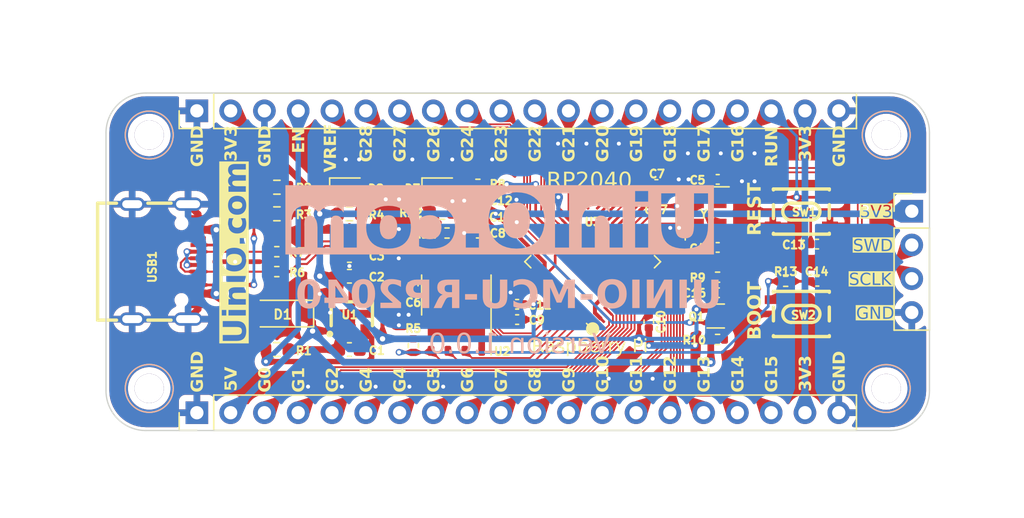
<source format=kicad_pcb>
(kicad_pcb (version 20221018) (generator pcbnew)
  (title_block (title "UINIO-MCU-RP2040") (date "2024-01-30") (rev "Version 1.0.0") (company "UinIO.com 电子技术实验室"))
  (layers (0 "F.Cu" signal) (31 "B.Cu" signal) (34 "B.Paste" user) (35 "F.Paste" user) (36 "B.SilkS" user "B.Silkscreen") (37 "F.SilkS" user "F.Silkscreen") (38 "B.Mask" user) (39 "F.Mask" user) (44 "Edge.Cuts" user))
  (net 0 "")
  (net 1 "GND")
  (net 2 "/VDD_3.3V")
  (net 3 "Net-(U1-FB)")
  (net 4 "Net-(C4-Pad2)")
  (net 5 "+1V1")
  (net 6 "/ADC_AVDD")
  (net 7 "Net-(Q1-D)")
  (net 8 "/VDD_5V")
  (net 9 "Net-(D2-A)")
  (net 10 "/GPIO25")
  (net 11 "/GPIO0")
  (net 12 "/GPIO1")
  (net 13 "/GPIO2")
  (net 14 "/GPIO3")
  (net 15 "/GPIO4")
  (net 16 "/GPIO5")
  (net 17 "/GPIO6")
  (net 18 "/GPIO7")
  (net 19 "/GPIO8")
  (net 20 "/GPIO9")
  (net 21 "/GPIO10")
  (net 22 "/GPIO11")
  (net 23 "/GPIO12")
  (net 24 "/GPIO13")
  (net 25 "/GPIO14")
  (net 26 "/GPIO15")
  (net 27 "/LDO_EN")
  (net 28 "/ADC_VREF")
  (net 29 "/GPIO28_ADC2")
  (net 30 "/GPIO27_ADC1")
  (net 31 "/GPIO26_ADC0")
  (net 32 "/GPIO24")
  (net 33 "/GPIO23")
  (net 34 "/RUN")
  (net 35 "/GPIO22")
  (net 36 "/GPIO21")
  (net 37 "/GPIO20")
  (net 38 "/GPIO19")
  (net 39 "/GPIO18")
  (net 40 "/GPIO17")
  (net 41 "/GPIO16")
  (net 42 "Net-(D3-A)")
  (net 43 "/GPIO29_ADC3")
  (net 44 "Net-(USB1-CC1)")
  (net 45 "Net-(USB1-CC2)")
  (net 46 "/USB_Data+")
  (net 47 "/USB_Data-")
  (net 48 "/QSPI_SD1")
  (net 49 "/QSPI_SD2")
  (net 50 "/QSPI_SD0")
  (net 51 "/QSPI_SCLK")
  (net 52 "/QSPI_SD3")
  (net 53 "Net-(U3-XIN)")
  (net 54 "Net-(U3-XOUT)")
  (net 57 "/Boot_Select")
  (net 58 "Net-(C5-Pad2)")
  (net 59 "Net-(C14-Pad1)")
  (net 60 "Net-(J3-Pin_2)")
  (net 61 "Net-(J3-Pin_3)")
  (net 62 "/USB_5V")
  (net 63 "Net-(USB1-DP1)")
  (net 64 "Net-(USB1-DN1)")
  (footprint "Uinio:USB-C-SMD_TYPEC-304J-BCP16" (layer "F.Cu") (at 120.240972 100.34 -90)
    (fp_text reference "USB1")
    (fp_text value "USB_Type_C_16Pin")
  )
  (footprint "Capacitor_SMD:C_0603_1608Metric" (layer "F.Cu") (at 134.090972 99.88)
    (fp_text reference "C3")
    (fp_text value "0.01uF")
  )
  (footprint "Resistor_SMD:R_0402_1005Metric" (layer "F.Cu") (at 141.430972 98.1875)
    (fp_text reference "R11")
    (fp_text value "1R")
  )
  (footprint "Package_SON:WSON-8-1EP_6x5mm_P1.27mm_EP3.4x4.3mm" (layer "F.Cu") (at 142.130972 104.35 90)
    (fp_text reference "U2")
    (fp_text value "SPI-25-Flash-WSON8")
  )
  (footprint "Capacitor_SMD:C_0402_1005Metric" (layer "F.Cu") (at 156.600972 104.84 -90)
    (fp_text reference "C10")
    (fp_text value "0.1uF")
  )
  (footprint "Capacitor_SMD:C_0402_1005Metric" (layer "F.Cu") (at 143.750972 95.7525 180)
    (fp_text reference "C12")
    (fp_text value "2.2uF")
  )
  (footprint "Resistor_SMD:R_0402_1005Metric" (layer "F.Cu") (at 161.770972 106.195 180)
    (fp_text reference "R10")
    (fp_text value "200K")
  )
  (footprint "Resistor_SMD:R_0402_1005Metric" (layer "F.Cu") (at 138.900972 106.66 -90)
    (fp_text reference "R5")
    (fp_text value "1.5K")
  )
  (footprint "Capacitor_SMD:C_0603_1608Metric" (layer "F.Cu") (at 134.090972 106.955 180)
    (fp_text reference "C1")
    (fp_text value "1uF")
  )
  (footprint "Capacitor_SMD:C_0402_1005Metric" (layer "F.Cu") (at 161.780972 99.27 180)
    (fp_text reference "C4")
    (fp_text value "12pF")
  )
  (footprint "Uinio:KEY-SMD_4P-L4.2-W3.4-P2.15-LS4.7" (layer "F.Cu") (at 168.070972 96.57272)
    (fp_text reference "SW1")
    (fp_text value "~{RESET}")
  )
  (footprint "Capacitor_SMD:C_0402_1005Metric" (layer "F.Cu") (at 146.700972 104.7 180)
    (fp_text reference "C9")
    (fp_text value "2.2uF")
  )
  (footprint "Package_DFN_QFN:QFN-56-1EP_7x7mm_P0.4mm_EP3.2x3.2mm" (layer "F.Cu") (at 152.378006 100.345 135)
    (fp_text reference "U3")
    (fp_text value "RP2040")
  )
  (footprint "Connector_PinHeader_2.54mm:PinHeader_1x04_P2.54mm_Vertical" (layer "F.Cu") (at 176.370972 96.545)
    (fp_text reference "J3" hide)
    (fp_text value "Conn_01x04_Pin")
  )
  (footprint "Capacitor_SMD:C_0402_1005Metric" (layer "F.Cu") (at 169.270972 101.82)
    (fp_text reference "C14")
    (fp_text value "0.1uF")
  )
  (footprint "Connector_PinHeader_2.54mm:PinHeader_1x20_P2.54mm_Vertical" (layer "F.Cu") (at 122.620972 88.99 90)
    (fp_text reference "J2" hide)
    (fp_text value "Conn_01x20_Pin")
  )
  (footprint "Capacitor_SMD:C_0402_1005Metric" (layer "F.Cu") (at 157.17 95.56)
    (fp_text reference "C17")
    (fp_text value "0.1uF")
  )
  (footprint "Resistor_SMD:R_0402_1005Metric" (layer "F.Cu") (at 128.630972 99.59 180)
    (fp_text reference "R7")
    (fp_text value "27K")
  )
  (footprint "Uinio:KEY-SMD_4P-L4.2-W3.4-P2.15-LS4.7" (layer "F.Cu") (at 168.070972 104.277569)
    (fp_text reference "SW2")
    (fp_text value "~{USB_BOOT}")
  )
  (footprint "Capacitor_SMD:C_0402_1005Metric" (layer "F.Cu") (at 169.250972 99.02)
    (fp_text reference "C13")
    (fp_text value "0.1uF")
  )
  (footprint "Capacitor_SMD:C_0402_1005Metric" (layer "F.Cu") (at 157.17 94.53)
    (fp_text reference "C7")
    (fp_text value "0.1uF")
  )
  (footprint "Crystal:Crystal_SMD_3225-4Pin_3.2x2.5mm" (layer "F.Cu") (at 160.990972 96.71 -90)
    (fp_text reference "Y1")
    (fp_text value "12MHz")
  )
  (footprint "Capacitor_SMD:C_0402_1005Metric" (layer "F.Cu") (at 161.780972 94.15)
    (fp_text reference "C5")
    (fp_text value "12pF")
  )
  (footprint "Capacitor_SMD:C_0402_1005Metric" (layer "F.Cu") (at 143.750972 96.975 180)
    (fp_text reference "C15")
    (fp_text value "2.2uF")
  )
  (footprint "Capacitor_SMD:C_0402_1005Metric" (layer "F.Cu") (at 143.750972 98.1975 180)
    (fp_text reference "C8")
    (fp_text value "0.1uF")
  )
  (footprint "Resistor_SMD:R_0402_1005Metric" (layer "F.Cu") (at 143.750972 94.52)
    (fp_text reference "R8")
    (fp_text value "470R")
  )
  (footprint "Package_TO_SOT_SMD:SOT-523" (layer "F.Cu") (at 161.630972 104.433332)
    (fp_text reference "Q1")
    (fp_text value "DMG1012T")
  )
  (footprint "Uinio:Hole-2mm" (layer "F.Cu") (at 119.040972 109.88)
    (fp_text reference "HOLE**" hide)
    (fp_text value "Hole-2mm" hide)
  )
  (footprint "Resistor_SMD:R_0603_1608Metric" (layer "F.Cu") (at 128.640972 106.955 180)
    (fp_text reference "R1")
    (fp_text value "512R")
  )
  (footprint "Capacitor_SMD:C_0603_1608Metric" (layer "F.Cu") (at 134.090972 101.44 180)
    (fp_text reference "C2")
    (fp_text value "1uF")
  )
  (footprint "Resistor_SMD:R_0603_1608Metric" (layer "F.Cu") (at 128.640972 96.74)
    (fp_text reference "R3")
    (fp_text value "5.1K")
  )
  (footprint "Uinio:Hole-2mm" (layer "F.Cu") (at 119.040972 90.81)
    (fp_text reference "HOLE**" hide)
    (fp_text value "Hole-2mm" hide)
  )
  (footprint "Uinio:SOT-23-5_L3.0-W1.7-P0.95-LS2.8-BR" (layer "F.Cu") (at 134.270972 104.26 -90)
    (fp_text reference "U1")
    (fp_text value "SGM2019-3.3YN5G")
  )
  (footprint "Diode_SMD:D_SOD-123" (layer "F.Cu") (at 129.040972 104.25 180)
    (fp_text reference "D1")
    (fp_text value "1N5819")
  )
  (footprint "Capacitor_SMD:C_0402_1005Metric" (layer "F.Cu") (at 138.890972 102.05 -90)
    (fp_text reference "C6")
    (fp_text value "0.1uF")
  )
  (footprint "LED_SMD:LED_0603_1608Metric" (layer "F.Cu") (at 141.030972 94.78)
    (fp_text reference "D3")
    (fp_text value "LED_Blue")
  )
  (footprint "Resistor_SMD:R_0402_1005Metric" (layer "F.Cu") (at 166.890972 101.82)
    (fp_text reference "R13")
    (fp_text value "1K")
  )
  (footprint "LED_SMD:LED_0603_1608Metric" (layer "F.Cu") (at 134.090972 94.78)
    (fp_text reference "D2")
    (fp_text value "LED_Red")
  )
  (footprint "Resistor_SMD:R_0402_1005Metric" (layer "F.Cu") (at 128.630972 101.09 180)
    (fp_text reference "R6")
    (fp_text value "27K")
  )
  (footprint "Resistor_SMD:R_0402_1005Metric" (layer "F.Cu") (at 161.770972 101.51)
    (fp_text reference "R9")
    (fp_text value "100K")
  )
  (footprint "Uinio:Hole-2mm" (layer "F.Cu") (at 174.450972 90.81)
    (fp_text reference "HOLE**" hide)
    (fp_text value "Hole-2mm" hide)
  )
  (footprint "Resistor_SMD:R_0603_1608Metric" (layer "F.Cu") (at 141.010972 96.63375 180)
    (fp_text reference "R12")
    (fp_text value "200R")
  )
  (footprint "Connector_PinHeader_2.54mm:PinHeader_1x20_P2.54mm_Vertical" (layer "F.Cu") (at 122.620972 111.71 90)
    (fp_text reference "J1" hide)
    (fp_text value "Conn_01x20_Pin")
  )
  (footprint "Resistor_SMD:R_0603_1608Metric" (layer "F.Cu") (at 128.640972 94.74)
    (fp_text reference "R2")
    (fp_text value "5.1K")
  )
  (footprint "Resistor_SMD:R_0603_1608Metric" (layer "F.Cu") (at 134.090972 96.74 180)
    (fp_text reference "R4")
    (fp_text value "2K")
  )
  (footprint "Capacitor_SMD:C_0402_1005Metric" (layer "F.Cu") (at 161.790972 102.681666)
    (fp_text reference "C16")
    (fp_text value "1nF")
  )
  (footprint "Capacitor_SMD:C_0402_1005Metric" (layer "F.Cu") (at 146.700972 103.55 180)
    (fp_text reference "C11")
    (fp_text value "0.1uF")
  )
  (footprint "Uinio:Hole-2mm" (layer "F.Cu") (at 174.450972 109.89)
    (fp_text reference "HOLE**" hide)
    (fp_text value "Hole-2mm" hide)
  )
  (gr_circle (center 152.378006 105.4) (end 152.378008 105.4) (stroke (width 0.5)) (fill none) (layer "F.SilkS"))
  (gr_arc (start 174.701945 87.65) (mid 176.823265 88.52868) (end 177.701945 90.65) (stroke (width 0.1)) (layer "Edge.Cuts"))
  (gr_line (start 115.79 110.05) (end 115.79 90.65) (stroke (width 0.1)) (layer "Edge.Cuts"))
  (gr_arc (start 177.701945 110.05) (mid 176.823265 112.17132) (end 174.701945 113.05) (stroke (width 0.1)) (layer "Edge.Cuts"))
  (gr_line (start 177.701945 90.65) (end 177.701945 110.05) (stroke (width 0.1)) (layer "Edge.Cuts"))
  (gr_line (start 174.701945 113.05) (end 118.79 113.05) (stroke (width 0.1)) (layer "Edge.Cuts"))
  (gr_arc (start 115.79 90.65) (mid 116.66868 88.52868) (end 118.79 87.65) (stroke (width 0.1)) (layer "Edge.Cuts"))
  (gr_line (start 118.79 87.65) (end 174.701945 87.65) (stroke (width 0.1)) (layer "Edge.Cuts"))
  (gr_arc (start 118.79 113.05) (mid 116.66868 112.17132) (end 115.79 110.05) (stroke (width 0.1)) (layer "Edge.Cuts"))
  (gr_text "UinIO.com" (at 161.565263 99.96) (layer "B.SilkS" knockout) (effects (font (size 4 4) (thickness 0.3) bold) (justify left bottom mirror)))
  (gr_text "Version 1.0.0" (at 153.760972 107.48) (layer "B.SilkS") (effects (font (size 1.5 1.5) (thickness 0.325)) (justify left bottom mirror)))
  (gr_text "UINIO-MCU-RP2040" (at 162.116715 104.19) (layer "B.SilkS") (effects (font (size 2.1 2.1) (thickness 0.3) bold) (justify left bottom mirror)))
  (gr_text "VREF" (at 132.177438 93.621452 90) (layer "F.SilkS") (effects (font (size 0.9 0.9) (thickness 0.175) bold) (justify left top)))
  (gr_text "G1" (at 130.844506 110.19 90) (layer "F.SilkS") (effects (font (size 0.9 0.9) (thickness 0.2) bold) (justify left bottom)))
  (gr_text "G14" (at 163.864506 110.19 90) (layer "F.SilkS") (effects (font (size 0.9 0.9) (thickness 0.2) bold) (justify left bottom)))
  (gr_text "5V" (at 125.764506 110.1 90) (layer "F.SilkS") (effects (font (size 0.9 0.9) (thickness 0.2) bold) (justify left bottom)))
  (gr_text "G19" (at 156.244506 92.86 90) (layer "F.SilkS") (effects (font (size 0.9 0.9) (thickness 0.2) bold) (justify left bottom)))
  (gr_text "G9" (at 151.164506 110.19 90) (layer "F.SilkS") (effects (font (size 0.9 0.9) (thickness 0.2) bold) (justify left bottom)))
  (gr_text "G11" (at 156.244506 110.19 90) (layer "F.SilkS") (effects (font (size 0.9 0.9) (thickness 0.2) bold) (justify left bottom)))
  (gr_text "GND" (at 123.224506 93.218744 90) (layer "F.SilkS") (effects (font (size 0.9 0.9) (thickness 0.2) bold) (justify left bottom)))
  (gr_text "G2" (at 133.384506 110.19 90) (layer "F.SilkS") (effects (font (size 0.9 0.9) (thickness 0.2) bold) (justify left bottom)))
  (gr_text "SWD" (at 171.944321 99.698889) (layer "F.SilkS" knockout) (effects (font (size 0.9 0.9) (thickness 0.125)) (justify left bottom)))
  (gr_text "REST" (at 165.180972 98.388421 90) (layer "F.SilkS") (effects (font (size 1 1) (thickness 0.2) bold) (justify left bottom)))
  (gr_text "3V3" (at 168.944506 110.12 90) (layer "F.SilkS") (effects (font (size 0.9 0.9) (thickness 0.2) bold) (justify left bottom)))
  (gr_text "G12" (at 158.784506 110.19 90) (layer "F.SilkS") (effects (font (size 0.9 0.9) (thickness 0.2) bold) (justify left bottom)))
  (gr_text "GND" (at 171.484506 110.19 90) (layer "F.SilkS") (effects (font (size 0.9 0.9) (thickness 0.2) bold) (justify left bottom)))
  (gr_text "G13" (at 161.324506 110.19 90) (layer "F.SilkS") (effects (font (size 0.9 0.9) (thickness 0.2) bold) (justify left bottom)))
  (gr_text "G26" (at 141.004506 92.86 90) (layer "F.SilkS") (effects (font (size 0.9 0.9) (thickness 0.2) bold) (justify left bottom)))
  (gr_text "G0" (at 128.304506 110.19 90) (layer "F.SilkS") (effects (font (size 0.9 0.9) (thickness 0.2) bold) (justify left bottom)))
  (gr_text "G10" (at 153.704506 110.19 90) (layer "F.SilkS") (effects (font (size 0.9 0.9) (thickness 0.2) bold) (justify left bottom)))
  (gr_text "3V3" (at 168.944506 92.81 90) (layer "F.SilkS") (effects (font (size 0.9 0.9) (thickness 0.2) bold) (justify left bottom)))
  (gr_text "SCLK" (at 171.640972 102.247778) (layer "F.SilkS" knockout) (effects (font (size 0.9 0.9) (thickness 0.125)) (justify left bottom)))
  (gr_text "G18" (at 158.784506 92.86 90) (layer "F.SilkS") (effects (font (size 0.9 0.9) (thickness 0.2) bold) (justify left bottom)))
  (gr_text "RUN" (at 166.404506 93.217865 90) (layer "F.SilkS") (effects (font (size 0.9 0.9) (thickness 0.2) bold) (justify left bottom)))
  (gr_text "GND" (at 171.484506 93.218744 90) (layer "F.SilkS") (effects (font (size 0.9 0.9) (thickness 0.2) bold) (justify left bottom)))
  (gr_text "G8" (at 148.624506 110.19 90) (layer "F.SilkS") (effects (font (size 0.9 0.9) (thickness 0.2) bold) (justify left bottom)))
  (gr_text "GND" (at 123.224506 110.19 90) (layer "F.SilkS") (effects (font (size 0.9 0.9) (thickness 0.2) bold) (justify left bottom)))
  (gr_text "G7" (at 146.084506 110.19 90) (layer "F.SilkS") (effects (font (size 0.9 0.9) (thickness 0.2) bold) (justify left bottom)))
  (gr_text "G4" (at 138.464506 110.19 90) (layer "F.SilkS") (effects (font (size 0.9 0.9) (thickness 0.2) bold) (justify left bottom)))
  (gr_text "G24" (at 143.544506 92.86 90) (layer "F.SilkS") (effects (font (size 0.9 0.9) (thickness 0.2) bold) (justify left bottom)))
  (gr_text "BOOT" (at 165.180972 106.230046 90) (layer "F.SilkS") (effects (font (size 1 1) (thickness 0.2) bold) (justify left bottom)))
  (gr_text "EN" (at 130.844506 92.190872 90) (layer "F.SilkS") (effects (font (size 0.9 0.9) (thickness 0.175) bold) (justify left bottom)))
  (gr_text "G4" (at 135.924506 110.19 90) (layer "F.SilkS") (effects (font (size 0.9 0.9) (thickness 0.2) bold) (justify left bottom)))
  (gr_text "G23" (at 146.084506 92.86 90) (layer "F.SilkS") (effects (font (size 0.9 0.9) (thickness 0.2) bold) (justify left bottom)))
  (gr_text "UinIO.com" (at 126.590972 106.523367 90) (layer "F.SilkS" knockout) (effects (font (size 1.7 1.7) (thickness 0.25) bold) (justify left bottom)))
  (gr_text "G16" (at 163.864506 92.86 90) (layer "F.SilkS") (effects (font (size 0.9 0.9) (thickness 0.2) bold) (justify left bottom)))
  (gr_text "Raspberry Pi" (at 147.785264 107.33) (layer "F.SilkS") (effects (font (size 1 1) (thickness 0.125)) (justify left bottom)))
  (gr_text "G22" (at 148.624506 92.86 90) (layer "F.SilkS") (effects (font (size 0.9 0.9) (thickness 0.2) bold) (justify left bottom)))
  (gr_text "G28" (at 135.924506 92.86 90) (layer "F.SilkS") (effects (font (size 0.9 0.9) (thickness 0.2) bold) (justify left bottom)))
  (gr_text "G15" (at 166.404506 110.19 90) (layer "F.SilkS") (effects (font (size 0.9 0.9) (thickness 0.2) bold) (justify left bottom)))
  (gr_text "G17" (at 161.324506 92.86 90) (layer "F.SilkS") (effects (font (size 0.9 0.9) (thickness 0.2) bold) (justify left bottom)))
  (gr_text "G20" (at 153.704506 92.86 90) (layer "F.SilkS") (effects (font (size 0.9 0.9) (thickness 0.2) bold) (justify left bottom)))
  (gr_text "RP2040" (at 148.900972 95) (layer "F.SilkS") (effects (font (size 1.2 1.2) (thickness 0.125)) (justify left bottom)))
  (gr_text "G6" (at 143.544506 110.19 90) (layer "F.SilkS") (effects (font (size 0.9 0.9) (thickness 0.2) bold) (justify left bottom)))
  (gr_text "3V3" (at 172.460455 97.15) (layer "F.SilkS" knockout) (effects (font (size 0.9 0.9) (thickness 0.125)) (justify left bottom)))
  (gr_text "3V3" (at 125.764506 92.81 90) (layer "F.SilkS") (effects (font (size 0.9 0.9) (thickness 0.2) bold) (justify left bottom)))
  (gr_text "GND" (at 128.304506 93.218744 90) (layer "F.SilkS") (effects (font (size 0.9 0.9) (thickness 0.2) bold) (justify left bottom)))
  (gr_text "G21" (at 151.164506 92.86 90) (layer "F.SilkS") (effects (font (size 0.9 0.9) (thickness 0.2) bold) (justify left bottom)))
  (gr_text "G27" (at 138.464506 92.86 90) (layer "F.SilkS") (effects (font (size 0.9 0.9) (thickness 0.2) bold) (justify left bottom)))
  (gr_text "G5" (at 141.004506 110.19 90) (layer "F.SilkS") (effects (font (size 0.9 0.9) (thickness 0.2) bold) (justify left bottom)))
  (gr_text "GND" (at 172.183484 104.796667) (layer "F.SilkS" knockout) (effects (font (size 0.9 0.9) (thickness 0.125)) (justify left bottom)))
  (segment (start 142.728472 98.1975) (end 142.720972 98.19) (width 0.5) (layer "F.Cu") (net 1))
  (segment (start 134.090972 100.67) (end 134.090972 100.655) (width 0.5) (layer "F.Cu") (net 1))
  (segment (start 156.600972 105.32) (end 156.600972 106.65) (width 0.5) (layer "F.Cu") (net 1))
  (segment (start 134.090972 100.655) (end 133.315972 99.88) (width 0.5) (layer "F.Cu") (net 1))
  (segment (start 158.210972 97.8) (end 156.337219 97.8) (width 0.2) (layer "F.Cu") (net 1))
  (segment (start 132.650972 104.19) (end 132.640972 104.18) (width 0.5) (layer "F.Cu") (net 1))
  (segment (start 134.270972 104.19) (end 132.650972 104.19) (width 0.5) (layer "F.Cu") (net 1))
  (segment (start 159.59 94.15) (end 161.300972 94.15) (width 0.3) (layer "F.Cu") (net 1))
  (segment (start 122.721972 103.54) (end 122.721972 103.903) (width 0.5) (layer "F.Cu") (net 1))
  (segment (start 142.720972 95.75) (end 142.723472 95.7525) (width 0.5) (layer "F.Cu") (net 1))
  (segment (start 143.270972 96.975) (end 143.270972 95.7525) (width 0.5) (layer "F.Cu") (net 1))
  (segment (start 155.515792 98.621427) (end 153.792219 100.345) (width 0.2) (layer "F.Cu") (net 1))
  (segment (start 134.270972 106.36) (end 134.270972 105.56) (width 0.5) (layer "F.Cu") (net 1))
  (segment (start 159.59 94.15) (end 158.85 94.15) (width 0.3) (layer "F.Cu") (net 1))
  (segment (start 134.105972 100.67) (end 134.090972 100.67) (width 0.5) (layer "F.Cu") (net 1))
  (segment (start 134.270972 105.56) (end 134.270972 104.19) (width 0.5) (layer "F.Cu") (net 1))
  (segment (start 143.270972 98.1975) (end 142.728472 98.1975) (width 0.5) (layer "F.Cu") (net 1))
  (segment (start 134.865972 106.955) (end 134.270972 106.36) (width 0.5) (layer "F.Cu") (net 1))
  (segment (start 122.721972 97.14) (end 122.721972 96.777) (width 0.5) (layer "F.Cu") (net 1))
  (segment (start 144.035972 107.05) (end 144.035972 105.085) (width 0.5) (layer "F.Cu") (net 1))
  (segment (start 122.721972 103.903) (end 121.959972 104.665) (width 0.5) (layer "F.Cu") (net 1))
  (segment (start 142.723472 95.7525) (end 143.270972 95.7525) (width 0.5) (layer "F.Cu") (net 1))
  (segment (start 144.035972 105.085) (end 143.300972 104.35) (width 0.5) (layer "F.Cu") (net 1))
  (segment (start 134.270972 102.035) (end 134.270972 104.19) (width 0.5) (layer "F.Cu") (net 1))
  (segment (start 122.721972 96.777) (end 121.959972 96.015) (width 0.5) (layer "F.Cu") (net 1))
  (segment (start 134.865972 101.43) (end 134.105972 100.67) (width 0.5) (layer "F.Cu") (net 1))
  (segment (start 156.337219 97.8) (end 155.515792 98.621427) (width 0.2) (layer "F.Cu") (net 1))
  (segment (start 134.865972 101.44) (end 134.270972 102.035) (width 0.5) (layer "F.Cu") (net 1))
  (via (at 146.210972 102.66) (size 0.5) (drill 0.3) (layers "F.Cu" "B.Cu") (net 1))
  (via (at 151.910972 91.46) (size 0.5) (drill 0.3) (layers "F.Cu" "B.Cu") (net 1))
  (via (at 137.810972 105.13) (size 0.5) (drill 0.3) (layers "F.Cu" "B.Cu") (net 1))
  (via (at 146.650972 95.68) (size 0.5) (drill 0.3) (layers "F.Cu" "B.Cu") (net 1))
  (via (at 154.348972 91.46) (size 0.5) (drill 0.3) (layers "F.Cu" "B.Cu") (net 1))
  (via (at 162.010972 92.19) (size 0.5) (drill 0.3) (layers "F.Cu" "B.Cu") (net 1))
  (via (at 164.550972 94.3) (size 0.5) (drill 0.3) (layers "F.Cu" "B.Cu") (net 1))
  (via (at 137.820972 95.65) (size 0.5) (drill 0.3) (layers "F.Cu" "B.Cu") (net 1))
  (via (at 133.820972 92.65) (size 0.5) (drill 0.3) (layers "F.Cu" "B.Cu") (net 1))
  (via (at 141.820972 92.65) (size 0.5) (drill 0.3) (layers "F.Cu" "B.Cu") (net 1))
  (via (at 137.800972 104.34) (size 0.5) (drill 0.3) (layers "F.Cu" "B.Cu") (net 1))
  (via (at 141.140972 109.748) (size 0.5) (drill 0.3) (layers "F.Cu" "B.Cu") (net 1))
  (via (at 158.85 94.15) (size 0.5) (drill 0.3) (layers "F.Cu" "B.Cu") (net 1))
  (via (at 159.540972 92.19) (size 0.5) (drill 0.3) (layers "F.Cu" "B.Cu") (net 1))
  (via (at 158.210972 97.8) (size 0.5) (drill 0.3) (layers "F.Cu" "B.Cu") (net 1))
  (via (at 132.640972 104.18) (size 0.5) (drill 0.3) (layers "F.Cu" "B.Cu") (net 1))
  (via (at 125.500972 100.35) (size 0.5) (drill 0.3) (layers "F.Cu" "B.Cu") (net 1))
  (via (at 156.600972 106.65) (size 0.5) (drill 0.3) (layers "F.Cu" "B.Cu") (net 1))
  (via (at 160.080972 106.65) (size 0.5) (drill 0.3) (layers "F.Cu" "B.Cu") (net 1))
  (via (at 158.870972 97.8) (size 0.5) (drill 0.3) (layers "F.Cu" "B.Cu") (net 1))
  (via (at 159.59 94.15) (size 0.5) (drill 0.3) (layers "F.Cu" "B.Cu") (net 1))
  (via (at 138.540972 104.34) (size 0.5) (drill 0.3) (layers "F.Cu" "B.Cu") (net 1))
  (via (at 134.820972 92.65) (size 0.5) (drill 0.3) (layers "F.Cu" "B.Cu") (net 1))
  (via (at 137.8 100.09) (size 0.5) (drill 0.3) (layers "F.Cu" "B.Cu") (net 1))
  (via (at 164.550972 92.19) (size 0.5) (drill 0.3) (layers "F.Cu" "B.Cu") (net 1))
  (via (at 149.776972 91.46) (size 0.5) (drill 0.3) (layers "F.Cu" "B.Cu") (net 1))
  (via (at 131.860972 102.77) (size 0.5) (drill 0.3) (layers "F.Cu" "B.Cu") (net 1))
  (via (at 138.820972 92.65) (size 0.5) (drill 0.3) (layers "F.Cu" "B.Cu") (net 1))
  (via (at 134.090972 100.67) (size 0.5) (drill 0.3) (layers "F.Cu" "B.Cu") (net 1))
  (via (at 137.81 97.89) (size 0.5) (drill 0.3) (layers "F.Cu" "B.Cu") (net 1))
  (via (at 133.520972 109.748) (size 0.5) (drill 0.3) (layers "F.Cu" "B.Cu") (net 1))
  (via (at 130.980972 109.748) (size 0.5) (drill 0.3) (layers "F.Cu" "B.Cu") (net 1))
  (via (at 153.586972 109.15) (size 0.5) (drill 0.3) (layers "F.Cu" "B.Cu") (net 1))
  (via (at 142.720972 98.19) (size 0.5) (drill 0.3) (layers "F.Cu" "B.Cu") (net 1))
  (via (at 138.600972 109.748) (size 0.5) (drill 0.3) (layers "F.Cu" "B.Cu") (net 1))
  (via (at 163.600972 94.29) (size 0.5) (drill 0.3) (layers "F.Cu" "B.Cu") (net 1))
  (via (at 136.820972 95.65) (size 0.5) (drill 0.3) (layers "F.Cu" "B.Cu") (net 1))
  (via (at 142.720972 95.75) (size 0.5) (drill 0.3) (layers "F.Cu" "B.Cu") (net 1))
  (via (at 144.820972 92.65) (size 0.5) (drill 0.3) (layers "F.Cu" "B.Cu") (net 1))
  (via (at 156.888972 109.15) (size 0.5) (drill 0.3) (layers "F.Cu" "B.Cu") (net 1))
  (via (at 136.060972 109.748) (size 0.5) (drill 0.3) (layers "F.Cu" "B.Cu") (net 1))
  (segment (start 156.600972 106.65) (end 160.080972 106.65) (width 0.5) (layer "B.Cu") (net 1))
  (segment (start 158.210972 97.8) (end 158.870972 97.8) (width 0.2) (layer "B.Cu") (net 1))
  (segment (start 148.770972 100.414921) (end 148.770972 100.840765) (width 0.3) (layer "F.Cu") (net 2))
  (segment (start 141.835972 95.79) (end 141.835972 96.63375) (width 0.5) (layer "F.Cu") (net 2))
  (segment (start 160.98264 103.93) (end 160.985972 103.933332) (width 0.5) (layer "F.Cu") (net 2))
  (segment (start 158.735972 96.16) (end 156.87 96.16) (width 0.3) (layer "F.Cu") (net 2))
  (segment (start 155.117586 101.670367) (end 154.499633 101.670367) (width 0.3) (layer "F.Cu") (net 2))
  (segment (start 156.69 96.08) (end 156.61 96.16) (width 0.3) (layer "F.Cu") (net 2))
  (segment (start 148.890163 103.55) (end 149.805905 102.634258) (width 0.3) (layer "F.Cu") (net 2))
  (segment (start 158.740972 96.155) (end 158.735972 96.16) (width 0.3) (layer "F.Cu") (net 2))
  (segment (start 131.860972 96.74) (end 133.265972 96.74) (width 0.3) (layer "F.Cu") (net 2))
  (segment (start 131.870972 101.44) (end 131.860972 101.43) (width 0.6) (layer "F.Cu") (net 2))
  (segment (start 145.110972 96.75) (end 145.110972 96.74) (width 0.3) (layer "F.Cu") (net 2))
  (segment (start 133.315972 101.44) (end 131.870972 101.44) (width 0.5) (layer "F.Cu") (net 2))
  (segment (start 136.580972 106.15) (end 138.900972 106.15) (width 0.3) (layer "F.Cu") (net 2))
  (segment (start 154.499633 101.670367) (end 152.55 103.62) (width 0.3) (layer "F.Cu") (net 2))
  (segment (start 149.800972 96.353753) (end 150.654433 97.207214) (width 0.3) (layer "F.Cu") (net 2))
  (segment (start 156.600972 104.36) (end 155.870972 105.09) (width 0.3) (layer "F.Cu") (net 2))
  (segment (start 138.890972 101.57) (end 140.145972 101.57) (width 0.3) (layer "F.Cu") (net 2))
  (segment (start 155.515792 102.068573) (end 156.600972 103.153753) (width 0.3) (layer "F.Cu") (net 2))
  (segment (start 155.870972 105.09) (end 155.870972 106.15) (width 0.3) (layer "F.Cu") (net 2))
  (segment (start 136.580972 103.88) (end 138.890972 101.57) (width 0.3) (layer "F.Cu") (net 2))
  (segment (start 156.280163 96.16) (end 154.667264 97.772899) (width 0.3) (layer "F.Cu") (net 2))
  (segment (start 148.108849 99.752798) (end 148.770972 100.414921) (width 0.3) (layer "F.Cu") (net 2))
  (segment (start 156.86 96.15) (end 156.87 96.16) (width 0.3) (layer "F.Cu") (net 2))
  (segment (start 152.55 103.62) (end 152.55 104.193949) (width 0.3) (layer "F.Cu") (net 2))
  (segment (start 148.108849 99.747877) (end 145.110972 96.75) (width 0.3) (layer "F.Cu") (net 2))
  (segment (start 156.600972 103.153753) (end 156.600972 104.36) (width 0.3) (layer "F.Cu") (net 2))
  (segment (start 131.860972 95.69) (end 125.160972 88.99) (width 0.5) (layer "F.Cu") (net 2))
  (segment (start 133.320972 102.96) (end 133.320972 101.445) (width 0.6) (layer "F.Cu") (net 2))
  (segment (start 156.61 96.16) (end 156.280163 96.16) (width 0.3) (layer "F.Cu") (net 2))
  (segment (start 147.180972 103.55) (end 147.940972 103.55) (width 0.3) (layer "F.Cu") (net 2))
  (segment (start 152.55 104.193949) (end 152.970208 104.614157) (width 0.3) (layer "F.Cu") (net 2))
  (segment (start 155.515792 102.068573) (end 155.117586 101.670367) (width 0.3) (layer "F.Cu") (net 2))
  (segment (start 148.770972 100.840765) (end 148.391692 101.220045) (width 0.3) (layer "F.Cu") (net 2))
  (segment (start 156.69 95.56) (end 156.69 96.08) (width 0.3) (layer "F.Cu") (net 2))
  (segment (start 144.230972 95.88) (end 145.090972 96.74) (width 0.3) (layer "F.Cu") (net 2))
  (segment (start 160.180972 103.93) (end 160.98264 103.93) (width 0.5) (layer "F.Cu") (net 2))
  (segment (start 131.860972 96.74) (end 131.860972 95.69) (width 0.5) (layer "F.Cu") (net 2))
  (segment (start 156.87 96.16) (end 156.61 96.16) (width 0.3) (layer "F.Cu") (net 2))
  (segment (start 148.108849 99.752798) (end 148.108849 99.747877) (width 0.3) (layer "F.Cu") (net 2))
  (segment (start 149.800972 95.49) (end 149.800972 96.353753) (width 0.3) (layer "F.Cu") (net 2))
  (segment (start 149.523062 102.351415) (end 149.805905 102.634258) (width 0.3) (layer "F.Cu") (net 2))
  (segment (start 136.580972 106.15) (end 136.580972 103.88) (width 0.3) (layer "F.Cu") (net 2))
  (segment (start 147.940972 103.55) (end 148.890163 103.55) (width 0.3) (layer "F.Cu") (net 2))
  (segment (start 140.145972 101.57) (end 140.225972 101.65) (width 0.5) (layer "F.Cu") (net 2))
  (via (at 155.870972 106.15) (size 0.7) (drill 0.3) (layers "F.Cu" "B.Cu") (net 2))
  (via (at 131.860972 96.74) (size 0.9) (drill 0.4) (layers "F.Cu" "B.Cu") (net 2))
  (via (at 149.800972 95.49) (size 0.7) (drill 0.3) (layers "F.Cu" "B.Cu") (net 2))
  (via (at 141.835972 95.79) (size 0.5) (drill 0.3) (layers "F.Cu" "B.Cu") (net 2))
  (via (at 136.580972 106.15) (size 0.9) (drill 0.4) (layers "F.Cu" "B.Cu") (net 2))
  (via (at 158.740972 96.155) (size 0.5) (drill 0.3) (layers "F.Cu" "B.Cu") (net 2))
  (via (at 145.090972 96.74) (size 0.7) (drill 0.3) (layers "F.Cu" "B.Cu") (net 2))
  (via (at 160.180972 103.93) (size 0.7) (drill 0.3) (layers "F.Cu" "B.Cu") (net 2))
  (via (at 131.860972 101.43) (size 0.9) (drill 0.4) (layers "F.Cu" "B.Cu") (net 2))
  (via (at 147.940972 103.55) (size 0.7) (drill 0.3) (layers "F.Cu" "B.Cu") (net 2))
  (segment (start 136.580972 106.15) (end 131.860972 101.43) (width 0.5) (layer "B.Cu") (net 2))
  (segment (start 141.835972 95.79) (end 141.835972 96.735) (width 0.5) (layer "B.Cu") (net 2))
  (segment (start 142.510972 96.74) (end 145.230972 96.74) (width 0.5) (layer "B.Cu") (net 2))
  (segment (start 147.860972 106.15) (end 155.870972 106.15) (width 0.3) (layer "B.Cu") (net 2))
  (segment (start 155.870972 106.15) (end 159.680972 106.15) (width 0.3) (layer "B.Cu") (net 2))
  (segment (start 136.580972 106.15) (end 147.860972 106.15) (width 0.5) (layer "B.Cu") (net 2))
  (segment (start 168.360972 96.74) (end 176.175972 96.74) (width 0.5) (layer "B.Cu") (net 2))
  (segment (start 158.740972 96.72) (end 158.720972 96.74) (width 0.3) (layer "B.Cu") (net 2))
  (segment (start 131.860972 101.43) (end 131.860972 96.74) (width 0.5) (layer "B.Cu") (net 2))
  (segment (start 159.680972 106.15) (end 160.185972 105.645) (width 0.3) (layer "B.Cu") (net 2))
  (segment (start 158.740972 96.155) (end 158.740972 96.72) (width 0.3) (layer "B.Cu") (net 2))
  (segment (start 142.500972 96.73) (end 142.510972 96.74) (width 0.5) (layer "B.Cu") (net 2))
  (segment (start 141.840972 96.74) (end 142.490972 96.74) (width 0.5) (layer "B.Cu") (net 2))
  (segment (start 147.940972 106.07) (end 147.940972 103.55) (width 0.3) (layer "B.Cu") (net 2))
  (segment (start 149.800972 95.49) (end 149.800972 96.73) (width 0.3) (layer "B.Cu") (net 2))
  (segment (start 160.185972 105.645) (end 160.185972 103.935) (width 0.3) (layer "B.Cu") (net 2))
  (segment (start 141.835972 96.735) (end 141.840972 96.74) (width 0.5) (layer "B.Cu") (net 2))
  (segment (start 147.860972 106.15) (end 147.940972 106.07) (width 0.3) (layer "B.Cu") (net 2))
  (segment (start 142.490972 96.74) (end 142.500972 96.73) (width 0.5) (layer "B.Cu") (net 2))
  (segment (start 160.185972 103.935) (end 160.180972 103.93) (width 0.3) (layer "B.Cu") (net 2))
  (segment (start 168.360972 96.74) (end 168.340972 96.76) (width 0.5) (layer "B.Cu") (net 2))
  (segment (start 168.360972 96.74) (end 168.340972 96.72) (width 0.5) (layer "B.Cu") (net 2))
  (segment (start 168.340972 96.76) (end 168.340972 111.71) (width 0.5) (layer "B.Cu") (net 2))
  (segment (start 158.720972 96.74) (end 168.360972 96.74) (width 0.5) (layer "B.Cu") (net 2))
  (segment (start 150.080972 96.74) (end 158.720972 96.74) (width 0.5) (layer "B.Cu") (net 2))
  (segment (start 145.230972 96.74) (end 150.080972 96.74) (width 0.5) (layer "B.Cu") (net 2))
  (segment (start 131.860972 96.74) (end 141.840972 96.74) (width 0.5) (layer "B.Cu") (net 2))
  (segment (start 168.340972 96.72) (end 168.340972 88.99) (width 0.5) (layer "B.Cu") (net 2))
  (segment (start 136.180972 100.25) (end 136.180972 102.6) (width 0.4) (layer "F.Cu") (net 3))
  (segment (start 136.180972 102.6) (end 135.820972 102.96) (width 0.4) (layer "F.Cu") (net 3))
  (segment (start 135.820972 102.96) (end 135.220972 102.96) (width 0.4) (layer "F.Cu") (net 3))
  (segment (start 135.810972 99.88) (end 136.180972 100.25) (width 0.4) (layer "F.Cu") (net 3))
  (segment (start 134.865972 99.88) (end 135.810972 99.88) (width 0.4) (layer "F.Cu") (net 3))
  (segment (start 160.140972 98.11) (end 161.300972 99.27) (width 0.13) (layer "F.Cu") (net 4))
  (segment (start 148.305849 104.7) (end 150.088748 102.917101) (width 0.2) (layer "F.Cu") (net 5))
  (segment (start 149.560972 99.9) (end 152.070972 97.39) (width 0.2) (layer "F.Cu") (net 5))
  (segment (start 149.560972 100.64) (end 149.560972 100.616449) (width 0.2) (layer "F.Cu") (net 5))
  (segment (start 145.667016 99.636044) (end 145.667016 99.647321) (width 0.2) (layer "F.Cu") (net 5))
  (segment (start 145.667016 99.647321) (end 145.678293 99.647321) (width 0.2) (layer "F.Cu") (net 5))
  (segment (start 150.700972 101.78) (end 149.560972 100.64) (width 0.2) (layer "F.Cu") (net 5))
  (segment (start 147.811356 101.780384) (end 148.397037 101.780384) (width 0.2) (layer "F.Cu") (net 5))
  (segment (start 153.265972 97.94) (end 153.934477 97.94) (width 0.2) (layer "F.Cu") (net 5))
  (segment (start 153.934477 97.94) (end 154.384421 97.490056) (width 0.2) (layer "F.Cu") (net 5))
  (segment (start 148.397037 101.780384) (end 148.674534 101.502887) (width 0.2) (layer "F.Cu") (net 5))
  (segment (start 150.700972 102.304877) (end 150.700972 101.78) (width 0.2) (layer "F.Cu") (net 5))
  (segment (start 149.560972 100.616449) (end 149.560972 99.9) (width 0.2) (layer "F.Cu") (net 5))
  (segment (start 147.180972 104.7) (end 148.305849 104.7) (width 0.2) (layer "F.Cu") (net 5))
  (segment (start 150.088748 102.917101) (end 150.700972 102.304877) (width 0.2) (layer "F.Cu") (net 5))
  (segment (start 145.678293 99.647321) (end 147.811356 101.780384) (width 0.2) (layer "F.Cu") (net 5))
  (segment (start 144.230972 98.2) (end 145.667016 99.636044) (width 0.2) (layer "F.Cu") (net 5))
  (segment (start 148.674534 101.502887) (end 149.560972 100.616449) (width 0.2) (layer "F.Cu") (net 5))
  (segment (start 155.83 96.044477) (end 155.83 95.39) (width 0.2) (layer "F.Cu") (net 5))
  (segment (start 152.715972 97.39) (end 153.265972 97.94) (width 0.2) (layer "F.Cu") (net 5))
  (segment (start 155.83 95.39) (end 156.69 94.53) (width 0.2) (layer "F.Cu") (net 5))
  (segment (start 154.384421 97.490056) (end 155.83 96.044477) (width 0.2) (layer "F.Cu") (net 5))
  (segment (start 152.070972 97.39) (end 152.715972 97.39) (width 0.2) (layer "F.Cu") (net 5))
  (segment (start 148.108849 100.852877) (end 144.230972 96.975) (width 0.2) (layer "F.Cu") (net 6))
  (segment (start 142.440972 97.59) (end 141.940972 98.09) (width 0.2) (layer "F.Cu") (net 6))
  (segment (start 144.230972 96.975) (end 143.615972 97.59) (width 0.2) (layer "F.Cu") (net 6))
  (segment (start 143.615972 97.59) (end 142.440972 97.59) (width 0.2) (layer "F.Cu") (net 6))
  (segment (start 148.108849 100.937202) (end 148.108849 100.852877) (width 0.2) (layer "F.Cu") (net 6))
  (segment (start 162.280972 106.195) (end 162.280972 101.51) (width 0.2) (layer "F.Cu") (net 7))
  (segment (start 129.465972 106.955) (end 133.315972 106.955) (width 0.5) (layer "F.Cu") (net 8))
  (segment (start 133.320972 105.56) (end 133.320972 106.95) (width 0.5) (layer "F.Cu") (net 8))
  (segment (start 131.320972 105.56) (end 133.320972 105.56) (width 0.5) (layer "F.Cu") (net 8))
  (segment (start 131.320972 105.56) (end 131.320972 104.88) (width 0.5) (layer "F.Cu") (net 8))
  (segment (start 131.320972 104.88) (end 130.690972 104.25) (width 0.5) (layer "F.Cu") (net 8))
  (segment (start 161.260972 107.91) (end 161.260972 106.195) (width 0.5) (layer "F.Cu") (net 8))
  (via (at 131.320972 105.56) (size 0.9) (drill 0.4) (layers "F.Cu" "B.Cu") (net 8))
  (via (at 161.260972 107.91) (size 0.7) (drill 0.3) (layers "F.Cu" "B.Cu") (net 8))
  (segment (start 133.660972 107.91) (end 161.260972 107.91) (width 0.5) (layer "B.Cu") (net 8))
  (segment (start 131.320972 105.56) (end 131.320972 105.57) (width 0.5) (layer "B.Cu") (net 8))
  (segment (start 131.320972 105.57) (end 133.660972 107.91) (width 0.5) (layer "B.Cu") (net 8))
  (segment (start 131.320972 105.56) (end 125.170972 111.71) (width 0.5) (layer "B.Cu") (net 8))
  (segment (start 134.915972 96.74) (end 134.915972 94.8175) (width 0.3) (layer "F.Cu") (net 9))
  (segment (start 148.095972 94.52) (end 148.095972 96.911495) (width 0.2) (layer "F.Cu") (net 10))
  (segment (start 148.095972 96.911495) (end 149.523062 98.338585) (width 0.2) (layer "F.Cu") (net 10))
  (segment (start 144.260972 94.52) (end 145.910972 94.52) (width 0.2) (layer "F.Cu") (net 10))
  (via (at 148.095972 94.52) (size 0.5) (drill 0.3) (layers "F.Cu" "B.Cu") (net 10))
  (via (at 145.910972 94.52) (size 0.5) (drill 0.3) (layers "F.Cu" "B.Cu") (net 10))
  (segment (start 145.910972 94.52) (end 148.095972 94.52) (width 0.2) (layer "B.Cu") (net 10))
  (segment (start 150.44 108.28) (end 131.130972 108.28) (width 0.13) (layer "F.Cu") (net 11))
  (segment (start 153.610972 105.109028) (end 150.44 108.28) (width 0.13) (layer "F.Cu") (net 11))
  (segment (start 153.610972 104.689235) (end 153.610972 105.109028) (width 0.13) (layer "F.Cu") (net 11))
  (segment (start 153.253051 104.331314) (end 153.610972 104.689235) (width 0.13) (layer "F.Cu") (net 11))
  (segment (start 131.130972 108.28) (end 127.700972 111.71) (width 0.13) (layer "F.Cu") (net 11))
  (segment (start 133.440972 108.51) (end 130.240972 111.71) (width 0.13) (layer "F.Cu") (net 12))
  (segment (start 153.900972 104.413551) (end 153.900972 105.144298) (width 0.13) (layer "F.Cu") (net 12))
  (segment (start 153.900972 105.144298) (end 150.53527 108.51) (width 0.13) (layer "F.Cu") (net 12))
  (segment (start 153.535893 104.048472) (end 153.900972 104.413551) (width 0.13) (layer "F.Cu") (net 12))
  (segment (start 150.53527 108.51) (end 133.440972 108.51) (width 0.13) (layer "F.Cu") (net 12))
  (segment (start 135.750972 108.74) (end 132.780972 111.71) (width 0.13) (layer "F.Cu") (net 13))
  (segment (start 154.160972 105.209567) (end 150.630539 108.74) (width 0.13) (layer "F.Cu") (net 13))
  (segment (start 153.818736 103.765629) (end 154.160972 104.107865) (width 0.13) (layer "F.Cu") (net 13))
  (segment (start 154.160972 104.107865) (end 154.160972 105.209567) (width 0.13) (layer "F.Cu") (net 13))
  (segment (start 150.630539 108.74) (end 135.750972 108.74) (width 0.13) (layer "F.Cu") (net 13))
  (segment (start 150.725808 108.97) (end 138.060972 108.97) (width 0.13) (layer "F.Cu") (net 14))
  (segment (start 154.430972 105.264836) (end 150.725808 108.97) (width 0.13) (layer "F.Cu") (net 14))
  (segment (start 154.101579 103.482786) (end 154.430972 103.812179) (width 0.13) (layer "F.Cu") (net 14))
  (segment (start 138.060972 108.97) (end 135.320972 111.71) (width 0.13) (layer "F.Cu") (net 14))
  (segment (start 154.430972 103.812179) (end 154.430972 105.264836) (width 0.13) (layer "F.Cu") (net 14))
  (segment (start 140.370972 109.2) (end 137.860972 111.71) (width 0.13) (layer "F.Cu") (net 15))
  (segment (start 154.710972 105.310105) (end 150.821077 109.2) (width 0.13) (layer "F.Cu") (net 15))
  (segment (start 154.710972 103.526495) (end 154.710972 105.310105) (width 0.13) (layer "F.Cu") (net 15))
  (segment (start 150.821077 109.2) (end 140.370972 109.2) (width 0.13) (layer "F.Cu") (net 15))
  (segment (start 154.384421 103.199944) (end 154.710972 103.526495) (width 0.13) (layer "F.Cu") (net 15))
  (segment (start 142.680972 109.43) (end 140.400972 111.71) (width 0.13) (layer "F.Cu") (net 16))
  (segment (start 150.916346 109.43) (end 142.680972 109.43) (width 0.13) (layer "F.Cu") (net 16))
  (segment (start 155.000972 103.250809) (end 155.000972 105.345374) (width 0.13) (layer "F.Cu") (net 16))
  (segment (start 155.000972 105.345374) (end 150.916346 109.43) (width 0.13) (layer "F.Cu") (net 16))
  (segment (start 154.667264 102.917101) (end 155.000972 103.250809) (width 0.13) (layer "F.Cu") (net 16))
  (segment (start 155.280972 105.390643) (end 151.011615 109.66) (width 0.13) (layer "F.Cu") (net 17))
  (segment (start 151.011615 109.66) (end 144.990972 109.66) (width 0.13) (layer "F.Cu") (net 17))
  (segment (start 155.280972 102.965123) (end 155.280972 105.390643) (width 0.13) (layer "F.Cu") (net 17))
  (segment (start 154.950107 102.634258) (end 155.280972 102.965123) (width 0.13) (layer "F.Cu") (net 17))
  (segment (start 144.990972 109.66) (end 142.940972 111.71) (width 0.13) (layer "F.Cu") (net 17))
  (segment (start 151.106884 109.89) (end 147.300972 109.89) (width 0.13) (layer "F.Cu") (net 18))
  (segment (start 155.530972 105.465912) (end 151.106884 109.89) (width 0.13) (layer "F.Cu") (net 18))
  (segment (start 155.23295 102.351415) (end 155.530972 102.649437) (width 0.13) (layer "F.Cu") (net 18))
  (segment (start 155.530972 102.649437) (end 155.530972 105.465912) (width 0.13) (layer "F.Cu") (net 18))
  (segment (start 147.300972 109.89) (end 145.480972 111.71) (width 0.13) (layer "F.Cu") (net 18))
  (segment (start 157.560972 103.548067) (end 157.560972 106.59946) (width 0.13) (layer "F.Cu") (net 19))
  (segment (start 151.423125 110.11) (end 151.413124 110.12) (width 0.13) (layer "F.Cu") (net 19))
  (segment (start 149.610972 110.12) (end 148.020972 111.71) (width 0.13) (layer "F.Cu") (net 19))
  (segment (start 155.798635 101.78573) (end 157.560972 103.548067) (width 0.13) (layer "F.Cu") (net 19))
  (segment (start 151.413124 110.12) (end 149.610972 110.12) (width 0.13) (layer "F.Cu") (net 19))
  (segment (start 157.560972 106.59946) (end 154.050432 110.11) (width 0.13) (layer "F.Cu") (net 19))
  (segment (start 154.050432 110.11) (end 151.423125 110.11) (width 0.13) (layer "F.Cu") (net 19))
  (segment (start 156.081478 101.502887) (end 157.790972 103.212381) (width 0.13) (layer "F.Cu") (net 20))
  (segment (start 157.790972 103.212381) (end 157.790972 106.69473) (width 0.13) (layer "F.Cu") (net 20))
  (segment (start 157.790972 106.69473) (end 154.145701 110.34) (width 0.13) (layer "F.Cu") (net 20))
  (segment (start 151.825756 110.34) (end 150.560972 111.604784) (width 0.13) (layer "F.Cu") (net 20))
  (segment (start 154.145701 110.34) (end 151.825756 110.34) (width 0.13) (layer "F.Cu") (net 20))
  (segment (start 156.36432 101.220045) (end 158.020972 102.876697) (width 0.13) (layer "F.Cu") (net 21))
  (segment (start 158.020972 102.876697) (end 158.020972 106.79) (width 0.13) (layer "F.Cu") (net 21))
  (segment (start 158.020972 106.79) (end 153.100972 111.71) (width 0.13) (layer "F.Cu") (net 21))
  (segment (start 158.250972 102.541011) (end 158.250972 109.1) (width 0.13) (layer "F.Cu") (net 22))
  (segment (start 158.250972 109.1) (end 155.640972 111.71) (width 0.13) (layer "F.Cu") (net 22))
  (segment (start 156.647163 100.937202) (end 158.250972 102.541011) (width 0.13) (layer "F.Cu") (net 22))
  (segment (start 156.647163 99.752798) (end 158.480972 101.586607) (width 0.13) (layer "F.Cu") (net 23))
  (segment (start 158.480972 101.586607) (end 158.480972 111.41) (width 0.13) (layer "F.Cu") (net 23))
  (segment (start 156.664275 99.17) (end 156.940972 99.17) (width 0.13) (layer "F.Cu") (net 24))
  (segment (start 158.710972 109.7) (end 160.720972 111.71) (width 0.13) (layer "F.Cu") (net 24))
  (segment (start 156.940972 99.17) (end 158.710972 100.94) (width 0.13) (layer "F.Cu") (net 24))
  (segment (start 158.710972 100.94) (end 158.710972 109.7) (width 0.13) (layer "F.Cu") (net 24))
  (segment (start 156.36432 99.469955) (end 156.664275 99.17) (width 0.13) (layer "F.Cu") (net 24))
  (segment (start 156.081478 99.187113) (end 156.388591 98.88) (width 0.13) (layer "F.Cu") (net 25))
  (segment (start 156.388591 98.88) (end 156.976241 98.88) (width 0.13) (layer "F.Cu") (net 25))
  (segment (start 158.940972 109.60473) (end 159.766242 110.43) (width 0.13) (layer "F.Cu") (net 25))
  (segment (start 159.766242 110.43) (end 161.980972 110.43) (width 0.13) (layer "F.Cu") (net 25))
  (segment (start 161.980972 110.43) (end 163.260972 111.71) (width 0.13) (layer "F.Cu") (net 25))
  (segment (start 158.940972 100.844731) (end 158.940972 109.60473) (width 0.13) (layer "F.Cu") (net 25))
  (segment (start 156.976241 98.88) (end 158.940972 100.844731) (width 0.13) (layer "F.Cu") (net 25))
  (segment (start 159.861512 110.2) (end 164.290972 110.2) (width 0.13) (layer "F.Cu") (net 26))
  (segment (start 159.170972 109.50946) (end 159.861512 110.2) (width 0.13) (layer "F.Cu") (net 26))
  (segment (start 157.02151 98.6) (end 159.170972 100.749462) (width 0.13) (layer "F.Cu") (net 26))
  (segment (start 159.170972 100.749462) (end 159.170972 109.50946) (width 0.13) (layer "F.Cu") (net 26))
  (segment (start 155.798635 98.90427) (end 156.102905 98.6) (width 0.13) (layer "F.Cu") (net 26))
  (segment (start 156.102905 98.6) (end 157.02151 98.6) (width 0.13) (layer "F.Cu") (net 26))
  (segment (start 164.290972 110.2) (end 165.800972 111.71) (width 0.13) (layer "F.Cu") (net 26))
  (segment (start 135.480972 107.86) (end 135.760972 107.58) (width 0.4) (layer "F.Cu") (net 27))
  (segment (start 135.760972 106.1) (end 135.220972 105.56) (width 0.4) (layer "F.Cu") (net 27))
  (segment (start 135.760972 107.58) (end 135.760972 106.1) (width 0.4) (layer "F.Cu") (net 27))
  (segment (start 127.810972 107.86) (end 127.810972 107.01) (width 0.4) (layer "F.Cu") (net 27))
  (segment (start 127.810972 107.86) (end 135.480972 107.86) (width 0.4) (layer "F.Cu") (net 27))
  (via (at 127.810972 107.86) (size 0.7) (drill 0.3) (layers "F.Cu" "B.Cu") (net 27))
  (segment (start 127.810972 107.85) (end 130.240972 105.42) (width 0.4) (layer "B.Cu") (net 27))
  (segment (start 130.240972 105.42) (end 130.240972 88.99) (width 0.4) (layer "B.Cu") (net 27))
  (segment (start 127.810972 107.86) (end 127.810972 107.85) (width 0.4) (layer "B.Cu") (net 27))
  (segment (start 140.920972 98.1875) (end 140.920972 97.36875) (width 0.2) (layer "F.Cu") (net 28))
  (segment (start 140.920972 97.36875) (end 140.185972 96.63375) (width 0.2) (layer "F.Cu") (net 28))
  (segment (start 140.184722 96.63375) (end 132.780972 89.23) (width 0.2) (layer "F.Cu") (net 28))
  (segment (start 137.033607 90.702635) (end 135.320972 88.99) (width 0.13) (layer "F.Cu") (net 29))
  (segment (start 145.823067 90.702635) (end 137.033607 90.702635) (width 0.13) (layer "F.Cu") (net 29))
  (segment (start 148.674534 99.187113) (end 147.220972 97.733551) (width 0.13) (layer "F.Cu") (net 29))
  (segment (start 147.220972 92.10054) (end 145.823067 90.702635) (width 0.13) (layer "F.Cu") (net 29))
  (segment (start 147.220972 97.733551) (end 147.220972 92.10054) (width 0.13) (layer "F.Cu") (net 29))
  (segment (start 139.343607 90.472635) (end 137.860972 88.99) (width 0.13) (layer "F.Cu") (net 30))
  (segment (start 145.918337 90.472635) (end 139.343607 90.472635) (width 0.13) (layer "F.Cu") (net 30))
  (segment (start 148.957377 98.90427) (end 147.450972 97.397865) (width 0.13) (layer "F.Cu") (net 30))
  (segment (start 147.450972 92.00527) (end 145.918337 90.472635) (width 0.13) (layer "F.Cu") (net 30))
  (segment (start 147.450972 97.397865) (end 147.450972 92.00527) (width 0.13) (layer "F.Cu") (net 30))
  (segment (start 147.680972 97.062179) (end 147.680972 91.91) (width 0.13) (layer "F.Cu") (net 31))
  (segment (start 141.645972 90.235) (end 140.400972 88.99) (width 0.13) (layer "F.Cu") (net 31))
  (segment (start 147.680972 91.91) (end 146.005972 90.235) (width 0.13) (layer "F.Cu") (net 31))
  (segment (start 146.005972 90.235) (end 141.645972 90.235) (width 0.13) (layer "F.Cu") (net 31))
  (segment (start 149.24022 98.621427) (end 147.680972 97.062179) (width 0.13) (layer "F.Cu") (net 31))
  (segment (start 148.510972 96.76) (end 148.510972 92.36527) (width 0.13) (layer "F.Cu") (net 32))
  (segment (start 148.510972 92.36527) (end 146.150702 90.005) (width 0.13) (layer "F.Cu") (net 32))
  (segment (start 143.955972 90.005) (end 142.940972 88.99) (width 0.13) (layer "F.Cu") (net 32))
  (segment (start 149.805905 98.054933) (end 148.510972 96.76) (width 0.13) (layer "F.Cu") (net 32))
  (segment (start 146.150702 90.005) (end 143.955972 90.005) (width 0.13) (layer "F.Cu") (net 32))
  (segment (start 148.740972 92.27) (end 145.480972 89.01) (width 0.13) (layer "F.Cu") (net 33))
  (segment (start 150.088748 97.772899) (end 148.740972 96.425123) (width 0.13) (layer "F.Cu") (net 33))
  (segment (start 148.740972 96.425123) (end 148.740972 92.27) (width 0.13) (layer "F.Cu") (net 33))
  (segment (start 167.710972 95.49772) (end 165.920972 95.49772) (width 0.2) (layer "F.Cu") (net 34))
  (segment (start 153.535893 96.641528) (end 154.42 95.757421) (width 0.2) (layer "F.Cu") (net 34))
  (segment (start 154.42 94.72) (end 158.28 90.86) (width 0.2) (layer "F.Cu") (net 34))
  (segment (start 163.930972 90.86) (end 165.800972 88.99) (width 0.2) (layer "F.Cu") (net 34))
  (segment (start 168.770972 96.55772) (end 167.710972 95.49772) (width 0.2) (layer "F.Cu") (net 34))
  (segment (start 168.770972 99.02) (end 168.770972 96.55772) (width 0.2) (layer "F.Cu") (net 34))
  (segment (start 167.710972 95.49772) (end 170.220972 95.49772) (width 0.2) (layer "F.Cu") (net 34))
  (segment (start 154.42 95.757421) (end 154.42 94.72) (width 0.2) (layer "F.Cu") (net 34))
  (segment (start 158.28 90.86) (end 163.930972 90.86) (width 0.2) (layer "F.Cu") (net 34))
  (via (at 167.710972 95.49772) (size 0.5) (drill 0.3) (layers "F.Cu" "B.Cu") (net 34))
  (segment (start 167.720972 95.48772) (end 167.720972 90.91) (width 0.2) (layer "B.Cu") (net 34))
  (segment (start 167.710972 95.49772) (end 167.720972 95.48772) (width 0.2) (layer "B.Cu") (net 34))
  (segment (start 167.720972 90.91) (end 165.800972 88.99) (width 0.2) (layer "B.Cu") (net 34))
  (segment (start 150.371591 97.490056) (end 148.970972 96.089437) (width 0.13) (layer "F.Cu") (net 35))
  (segment (start 148.970972 89.94) (end 148.020972 88.99) (width 0.13) (layer "F.Cu") (net 35))
  (segment (start 148.970972 96.089437) (end 148.970972 89.94) (width 0.13) (layer "F.Cu") (net 35))
  (segment (start 150.937276 96.924371) (end 150.560972 96.548067) (width 0.13) (layer "F.Cu") (net 36))
  (segment (start 150.560972 96.548067) (end 150.560972 88.99) (width 0.13) (layer "F.Cu") (net 36))
  (segment (start 150.790972 96.212381) (end 150.790972 91.3) (width 0.13) (layer "F.Cu") (net 37))
  (segment (start 150.790972 91.3) (end 153.100972 88.99) (width 0.13) (layer "F.Cu") (net 37))
  (segment (start 151.220119 96.641528) (end 150.790972 96.212381) (width 0.13) (layer "F.Cu") (net 37))
  (segment (start 151.020972 95.876697) (end 151.020972 93.61) (width 0.13) (layer "F.Cu") (net 38))
  (segment (start 151.020972 93.61) (end 155.640972 88.99) (width 0.13) (layer "F.Cu") (net 38))
  (segment (start 151.502961 96.358686) (end 151.020972 95.876697) (width 0.13) (layer "F.Cu") (net 38))
  (segment (start 151.785804 96.075843) (end 153.19 94.671647) (width 0.13) (layer "F.Cu") (net 39))
  (segment (start 153.19 94) (end 158.180972 89.009028) (width 0.13) (layer "F.Cu") (net 39))
  (segment (start 153.19 94.671647) (end 153.19 94) (width 0.13) (layer "F.Cu") (net 39))
  (segment (start 157.55 90.32) (end 159.716241 90.32) (width 0.13) (layer "F.Cu") (net 40))
  (segment (start 153.63 94.24) (end 157.55 90.32) (width 0.13) (layer "F.Cu") (net 40))
  (segment (start 153.63 95.420972) (end 153.63 94.24) (width 0.13) (layer "F.Cu") (net 40))
  (segment (start 152.975129 96.075843) (end 153.63 95.420972) (width 0.13) (layer "F.Cu") (net 40))
  (segment (start 159.716241 90.32) (end 160.720972 89.315269) (width 0.13) (layer "F.Cu") (net 40))
  (segment (start 161.700972 90.55) (end 157.92 90.55) (width 0.13) (layer "F.Cu") (net 41))
  (segment (start 154.01 95.601737) (end 153.253051 96.358686) (width 0.13) (layer "F.Cu") (net 41))
  (segment (start 157.92 90.55) (end 154.01 94.46) (width 0.13) (layer "F.Cu") (net 41))
  (segment (start 163.260972 88.99) (end 161.700972 90.55) (width 0.13) (layer "F.Cu") (net 41))
  (segment (start 154.01 94.46) (end 154.01 95.601737) (width 0.13) (layer "F.Cu") (net 41))
  (segment (start 143.240972 94.52) (end 142.078472 94.52) (width 0.2) (layer "F.Cu") (net 42))
  (segment (start 146.670972 97.749235) (end 148.391692 99.469955) (width 0.2) (layer "F.Cu") (net 43))
  (segment (start 159.68 104.92) (end 160.97264 104.92) (width 0.2) (layer "F.Cu") (net 43))
  (segment (start 146.670972 97.37) (end 146.670972 97.749235) (width 0.2) (layer "F.Cu") (net 43))
  (via (at 159.68 104.92) (size 0.5) (drill 0.3) (layers "F.Cu" "B.Cu") (net 43))
  (via (at 146.670972 97.37) (size 0.5) (drill 0.3) (layers "F.Cu" "B.Cu") (net 43))
  (segment (start 153.840972 104.92) (end 146.670972 97.75) (width 0.2) (layer "B.Cu") (net 43))
  (segment (start 159.68 104.92) (end 153.840972 104.92) (width 0.2) (layer "B.Cu") (net 43))
  (segment (start 146.670972 97.75) (end 146.670972 97.37) (width 0.2) (layer "B.Cu") (net 43))
  (segment (start 125.590972 98.09) (end 124.590972 99.09) (width 0.2) (layer "F.Cu") (net 44))
  (segment (start 125.590972 97.01) (end 125.590972 98.09) (width 0.2) (layer "F.Cu") (net 44))
  (segment (start 127.815972 94.785) (end 125.590972 97.01) (width 0.2) (layer "F.Cu") (net 44))
  (segment (start 124.590972 99.09) (end 122.721972 99.09) (width 0.2) (layer "F.Cu") (net 44))
  (segment (start 126.895972 102.095) (end 122.726972 102.095) (width 0.2) (layer "F.Cu") (net 45))
  (segment (start 126.910972 97.645) (end 127.815972 96.74) (width 0.2) (layer "F.Cu") (net 45))
  (segment (start 126.910972 102.08) (end 126.895972 102.095) (width 0.2) (layer "F.Cu") (net 45))
  (segment (start 126.910972 98.6) (end 126.910972 97.645) (width 0.2) (layer "F.Cu") (net 45))
  (via (at 126.910972 102.08) (size 0.5) (drill 0.3) (layers "F.Cu" "B.Cu") (net 45))
  (via (at 126.910972 98.6) (size 0.5) (drill 0.3) (layers "F.Cu" "B.Cu") (net 45))
  (segment (start 126.910972 98.6) (end 126.910972 102.08) (width 0.2) (layer "B.Cu") (net 45))
  (segment (start 130.90346 100.515) (end 132.25346 99.165) (width 0.15) (layer "F.Cu") (net 46))
  (segment (start 147.158484 102.445) (end 148.828438 102.445) (width 0.15) (layer "F.Cu") (net 46))
  (segment (start 129.620973 101.09) (end 130.195973 100.515) (width 0.15) (layer "F.Cu") (net 46))
  (segment (start 148.828438 102.445) (end 149.204865 102.068573) (width 0.15) (layer "F.Cu") (net 46))
  (segment (start 143.878484 99.165) (end 147.158484 102.445) (width 0.15) (layer "F.Cu") (net 46))
  (segment (start 129.140972 101.09) (end 129.620973 101.09) (width 0.15) (layer "F.Cu") (net 46))
  (segment (start 132.25346 99.165) (end 143.878484 99.165) (width 0.15) (layer "F.Cu") (net 46))
  (segment (start 130.195973 100.515) (end 130.90346 100.515) (width 0.15) (layer "F.Cu") (net 46))
  (segment (start 132.108484 98.815) (end 144.02346 98.815) (width 0.15) (layer "F.Cu") (net 47))
  (segment (start 129.620973 99.59) (end 130.195973 100.165) (width 0.15) (layer "F.Cu") (net 47))
  (segment (start 148.683462 102.095) (end 148.957377 101.821085) (width 0.15) (layer "F.Cu") (net 47))
  (segment (start 129.140972 99.59) (end 129.620973 99.59) (width 0.15) (layer "F.Cu") (net 47))
  (segment (start 147.30346 102.095) (end 148.683462 102.095) (width 0.15) (layer "F.Cu") (net 47))
  (segment (start 130.195973 100.165) (end 130.758484 100.165) (width 0.15) (layer "F.Cu") (net 47))
  (segment (start 130.758484 100.165) (end 132.108484 98.815) (width 0.15) (layer "F.Cu") (net 47))
  (segment (start 144.02346 98.815) (end 147.30346 102.095) (width 0.15) (layer "F.Cu") (net 47))
  (segment (start 148.014275 107.82) (end 151.502961 104.331314) (width 0.13) (layer "F.Cu") (net 48))
  (segment (start 142.265972 107.82) (end 148.014275 107.82) (width 0.13) (layer "F.Cu") (net 48))
  (segment (start 141.495972 107.05) (end 142.265972 107.82) (width 0.13) (layer "F.Cu") (net 48))
  (segment (start 147.678591 107.59) (end 151.220119 104.048472) (width 0.13) (layer "F.Cu") (net 49))
  (segment (start 142.765972 107.05) (end 143.305972 107.59) (width 0.13) (layer "F.Cu") (net 49))
  (segment (start 143.305972 107.59) (end 147.678591 107.59) (width 0.13) (layer "F.Cu") (net 49))
  (segment (start 144.740973 105.46) (end 145.470974 106.19) (width 0.13) (layer "F.Cu") (net 50))
  (segment (start 145.470974 106.19) (end 148.512905 106.19) (width 0.13) (layer "F.Cu") (net 50))
  (segment (start 148.512905 106.19) (end 150.937276 103.765629) (width 0.13) (layer "F.Cu") (net 50))
  (segment (start 144.740972 101.89) (end 144.740973 105.46) (width 0.13) (layer "F.Cu") (net 50))
  (segment (start 144.035972 101.65) (end 144.500972 101.65) (width 0.13) (layer "F.Cu") (net 50))
  (segment (start 144.500972 101.65) (end 144.740972 101.89) (width 0.13) (layer "F.Cu") (net 50))
  (segment (start 144.360972 101) (end 145.030972 101.67) (width 0.13) (layer "F.Cu") (net 51))
  (segment (start 145.030972 105.424729) (end 145.566243 105.96) (width 0.13) (layer "F.Cu") (net 51))
  (segment (start 148.177219 105.96) (end 150.654433 103.482786) (width 0.13) (layer "F.Cu") (net 51))
  (segment (start 145.030972 101.67) (end 145.030972 105.424729) (width 0.13) (layer "F.Cu") (net 51))
  (segment (start 145.566243 105.96) (end 148.177219 105.96) (width 0.13) (layer "F.Cu") (net 51))
  (segment (start 142.765972 101.545) (end 143.310972 101) (width 0.13) (layer "F.Cu") (net 51))
  (segment (start 143.310972 101) (end 144.360972 101) (width 0.13) (layer "F.Cu") (net 51))
  (segment (start 147.841535 105.73) (end 150.371591 103.199944) (width 0.13) (layer "F.Cu") (net 52))
  (segment (start 145.330972 101.46) (end 145.330972 105.39946) (width 0.13) (layer "F.Cu") (net 52))
  (segment (start 145.330972 105.39946) (end 145.661512 105.73) (width 0.13) (layer "F.Cu") (net 52))
  (segment (start 141.495972 101.505) (end 142.340972 100.66) (width 0.13) (layer "F.Cu") (net 52))
  (segment (start 144.530972 100.66) (end 145.330972 101.46) (width 0.13) (layer "F.Cu") (net 52))
  (segment (start 145.661512 105.73) (end 147.841535 105.73) (width 0.13) (layer "F.Cu") (net 52))
  (segment (start 142.340972 100.66) (end 144.530972 100.66) (width 0.13) (layer "F.Cu") (net 52))
  (segment (start 160.980972 96.83) (end 161.840972 97.69) (width 0.15) (layer "F.Cu") (net 53))
  (segment (start 155.23295 98.338585) (end 156.741535 96.83) (width 0.15) (layer "F.Cu") (net 53))
  (segment (start 156.741535 96.83) (end 160.980972 96.83) (width 0.15) (layer "F.Cu") (net 53))
  (segment (start 160.140972 96.35) (end 159.910972 96.58) (width 0.15) (layer "F.Cu") (net 54))
  (segment (start 159.910972 96.58) (end 156.425849 96.58) (width 0.15) (layer "F.Cu") (net 54))
  (segment (start 160.140972 95.61) (end 160.140972 96.35) (width 0.15) (layer "F.Cu") (net 54))
  (segment (start 156.425849 96.58) (end 154.950107 98.055742) (width 0.15) (layer "F.Cu") (net 54))
  (segment (start 137.820972 107.16) (end 137.830972 107.17) (width 0.2) (layer "F.Cu") (net 57))
  (segment (start 138.900972 107.17) (end 140.105972 107.17) (width 0.2) (layer "F.Cu") (net 57))
  (segment (start 141.225972 108.05) (end 148.349961 108.05) (width 0.13) (layer "F.Cu") (net 57))
  (segment (start 137.830972 107.17) (end 138.900972 107.17) (width 0.2) (layer "F.Cu") (net 57))
  (segment (start 140.225972 107.05) (end 141.225972 108.05) (width 0.13) (layer "F.Cu") (net 57))
  (segment (start 148.349961 108.05) (end 151.785804 104.614157) (width 0.13) (layer "F.Cu") (net 57))
  (segment (start 166.380972 101.82) (end 165.580972 101.82) (width 0.2) (layer "F.Cu") (net 57))
  (via (at 137.820972 107.16) (size 0.5) (drill 0.3) (layers "F.Cu" "B.Cu") (net 57))
  (via (at 165.580972 101.82) (size 0.5) (drill 0.3) (layers "F.Cu" "B.Cu") (net 57))
  (segment (start 162.117369 107.17) (end 165.580972 103.706397) (width 0.2) (layer "B.Cu") (net 57))
  (segment (start 137.820972 107.16) (end 137.830972 107.17) (width 0.2) (layer "B.Cu") (net 57))
  (segment (start 165.580972 103.706397) (end 165.580972 101.82) (width 0.2) (layer "B.Cu") (net 57))
  (segment (start 137.830972 107.17) (end 162.117369 107.17) (width 0.2) (layer "B.Cu") (net 57))
  (segment (start 162.260972 94.15) (end 162.260972 95.19) (width 0.13) (layer "F.Cu") (net 58))
  (segment (start 166.018403 103.202569) (end 167.400972 101.82) (width 0.2) (layer "F.Cu") (net 59))
  (segment (start 168.790972 101.83) (end 170.163541 103.202569) (width 0.2) (layer "F.Cu") (net 59))
  (segment (start 167.400972 101.82) (end 168.790972 101.82) (width 0.2) (layer "F.Cu") (net 59))
  (segment (start 154.83 94.844731) (end 156.384731 93.29) (width 0.13) (layer "F.Cu") (net 60))
  (segment (start 170.56 93.29) (end 172.62 95.35) (width 0.13) (layer "F.Cu") (net 60))
  (segment (start 154.83 95.913107) (end 154.83 94.844731) (width 0.13) (layer "F.Cu") (net 60))
  (segment (start 153.820871 96.922236) (end 154.83 95.913107) (width 0.13) (layer "F.Cu") (net 60))
  (segment (start 172.62 95.35) (end 172.62 99.2) (width 0.13) (layer "F.Cu") (net 60))
  (segment (start 173.73 100.31) (end 175.145972 100.31) (width 0.13) (layer "F.Cu") (net 60))
  (segment (start 175.145972 100.31) (end 176.370972 99.085) (width 0.13) (layer "F.Cu") (net 60))
  (segment (start 172.62 99.2) (end 173.73 100.31) (width 0.13) (layer "F.Cu") (net 60))
  (segment (start 156.384731 93.29) (end 170.56 93.29) (width 0.13) (layer "F.Cu") (net 60))
  (segment (start 175.18 100.6) (end 176.2 101.62) (width 0.13) (layer "F.Cu") (net 61))
  (segment (start 156.54 93.62) (end 170.42 93.62) (width 0.13) (layer "F.Cu") (net 61))
  (segment (start 170.42 93.62) (end 172.31 95.51) (width 0.13) (layer "F.Cu") (net 61))
  (segment (start 172.31 95.51) (end 172.31 99.315269) (width 0.13) (layer "F.Cu") (net 61))
  (segment (start 155.2 94.96) (end 156.54 93.62) (width 0.13) (layer "F.Cu") (net 61))
  (segment (start 173.594731 100.6) (end 175.18 100.6) (width 0.13) (layer "F.Cu") (net 61))
  (segment (start 155.2 96.108793) (end 155.2 94.96) (width 0.13) (layer "F.Cu") (net 61))
  (segment (start 172.31 99.315269) (end 173.594731 100.6) (width 0.13) (layer "F.Cu") (net 61))
  (segment (start 154.101579 97.207214) (end 155.2 96.108793) (width 0.13) (layer "F.Cu") (net 61))
  (segment (start 124.085972 102.745) (end 125.590972 104.25) (width 0.5) (layer "F.Cu") (net 62))
  (segment (start 125.590972 104.25) (end 127.390972 104.25) (width 0.5) (layer "F.Cu") (net 62))
  (segment (start 122.726972 102.745) (end 124.085972 102.745) (width 0.5) (layer "F.Cu") (net 62))
  (segment (start 122.721972 97.94) (end 124.080972 97.94) (width 0.5) (layer "F.Cu") (net 62))
  (via (at 124.085972 102.745) (size 0.9) (drill 0.4) (layers "F.Cu" "B.Cu") (net 62))
  (via (at 124.080972 97.94) (size 0.9) (drill 0.4) (layers "F.Cu" "B.Cu") (net 62))
  (segment (start 124.080972 102.74) (end 124.085972 102.745) (width 0.2) (layer "B.Cu") (net 62))
  (segment (start 124.080972 97.94) (end 124.080972 102.74) (width 0.5) (layer "B.Cu") (net 62))
  (segment (start 121.417457 100.416475) (end 121.743931 100.09) (width 0.15) (layer "F.Cu") (net 63))
  (segment (start 121.417457 100.773526) (end 121.417457 100.416475) (width 0.15) (layer "F.Cu") (net 63))
  (segment (start 122.721972 101.09) (end 121.733931 101.09) (width 0.15) (layer "F.Cu") (net 63))
  (segment (start 121.743931 100.09) (end 122.721972 100.09) (width 0.15) (layer "F.Cu") (net 63))
  (segment (start 122.726972 101.095) (end 128.115972 101.095) (width 0.15) (layer "F.Cu") (net 63))
  (segment (start 121.733931 101.09) (end 121.417457 100.773526) (width 0.15) (layer "F.Cu") (net 63))
  (segment (start 121.873457 100.597516) (end 121.880973 100.59) (width 0.2) (layer "F.Cu") (net 64))
  (segment (start 122.726972 99.595) (end 128.115972 99.595) (width 0.15) (layer "F.Cu") (net 64))
  (segment (start 121.870972 99.59) (end 122.721972 99.59) (width 0.2) (layer "F.Cu") (net 64))
  (segment (start 121.880973 100.59) (end 122.721972 100.59) (width 0.2) (layer "F.Cu") (net 64))
  (via (at 121.873457 100.597516) (size 0.5) (drill 0.3) (layers "F.Cu" "B.Cu") (net 64))
  (via (at 121.870972 99.59) (size 0.5) (drill 0.3) (layers "F.Cu" "B.Cu") (net 64))
  (segment (start 121.873457 100.597516) (end 121.870972 100.595031) (width 0.2) (layer "B.Cu") (net 64))
  (segment (start 121.870972 100.595031) (end 121.870972 99.59) (width 0.15) (layer "B.Cu") (net 64))
  (zone (net 1) (net_name "GND") (layers "F&B.Cu") (connect_pads (clearance 0.5)) (min_thickness 0.25) (fill yes (thermal_gap 0.5) (thermal_bridge_width 0.5))
    (polygon (pts (xy 107.820972 80.65) (xy 184.820972 80.65) (xy 184.820972 119.65) (xy 107.820972 119.65)))
  )
)
</source>
